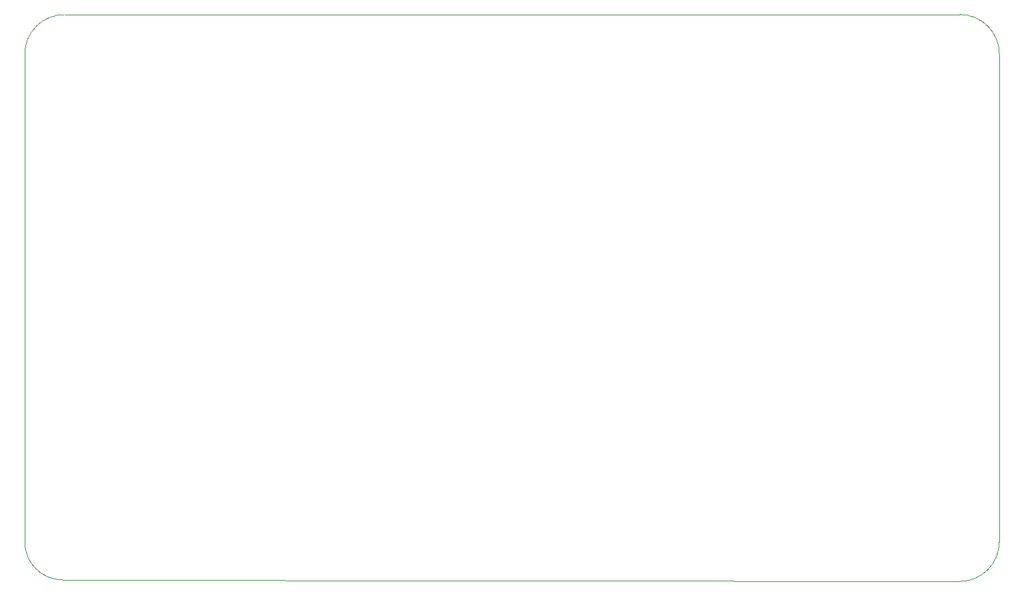
<source format=gbr>
%TF.GenerationSoftware,KiCad,Pcbnew,7.0.2*%
%TF.CreationDate,2023-05-29T16:26:06-06:00*%
%TF.ProjectId,PCB_Design,5043425f-4465-4736-9967-6e2e6b696361,rev?*%
%TF.SameCoordinates,Original*%
%TF.FileFunction,Profile,NP*%
%FSLAX46Y46*%
G04 Gerber Fmt 4.6, Leading zero omitted, Abs format (unit mm)*
G04 Created by KiCad (PCBNEW 7.0.2) date 2023-05-29 16:26:06*
%MOMM*%
%LPD*%
G01*
G04 APERTURE LIST*
%TA.AperFunction,Profile*%
%ADD10C,0.100000*%
%TD*%
G04 APERTURE END LIST*
D10*
X68579980Y-103386200D02*
G75*
G03*
X73388221Y-108177251I4808220J17200D01*
G01*
X68580000Y-41393800D02*
X68580000Y-103386200D01*
X73388221Y-108177251D02*
X187172600Y-108369100D01*
X187172600Y-108369100D02*
G75*
G03*
X192176400Y-103365300I0J5003800D01*
G01*
X192189400Y-41376600D02*
G75*
G03*
X187185600Y-36372800I-5003800J0D01*
G01*
X73665066Y-36387987D02*
G75*
G03*
X68580002Y-41393800I-95566J-4988613D01*
G01*
X187185600Y-36372800D02*
X73665067Y-36387960D01*
X192176400Y-103365300D02*
X192189400Y-41376600D01*
M02*

</source>
